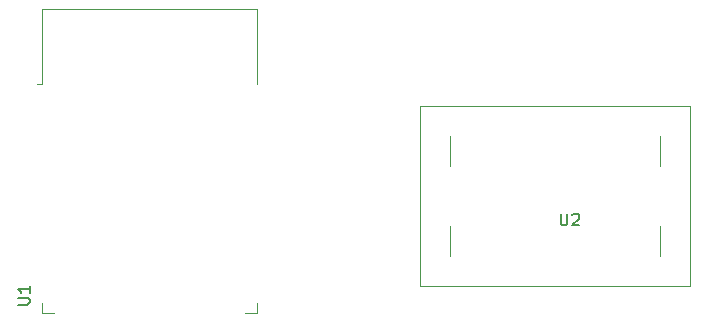
<source format=gbr>
%TF.GenerationSoftware,KiCad,Pcbnew,(6.0.5-0)*%
%TF.CreationDate,2022-06-13T21:57:41-05:00*%
%TF.ProjectId,ESP32,45535033-322e-46b6-9963-61645f706362,rev?*%
%TF.SameCoordinates,Original*%
%TF.FileFunction,Legend,Top*%
%TF.FilePolarity,Positive*%
%FSLAX46Y46*%
G04 Gerber Fmt 4.6, Leading zero omitted, Abs format (unit mm)*
G04 Created by KiCad (PCBNEW (6.0.5-0)) date 2022-06-13 21:57:41*
%MOMM*%
%LPD*%
G01*
G04 APERTURE LIST*
%ADD10C,0.150000*%
%ADD11C,0.120000*%
G04 APERTURE END LIST*
D10*
%TO.C,U2*%
X177038095Y-115792380D02*
X177038095Y-116601904D01*
X177085714Y-116697142D01*
X177133333Y-116744761D01*
X177228571Y-116792380D01*
X177419047Y-116792380D01*
X177514285Y-116744761D01*
X177561904Y-116697142D01*
X177609523Y-116601904D01*
X177609523Y-115792380D01*
X178038095Y-115887619D02*
X178085714Y-115840000D01*
X178180952Y-115792380D01*
X178419047Y-115792380D01*
X178514285Y-115840000D01*
X178561904Y-115887619D01*
X178609523Y-115982857D01*
X178609523Y-116078095D01*
X178561904Y-116220952D01*
X177990476Y-116792380D01*
X178609523Y-116792380D01*
%TO.C,U1*%
X131082380Y-123491904D02*
X131891904Y-123491904D01*
X131987142Y-123444285D01*
X132034761Y-123396666D01*
X132082380Y-123301428D01*
X132082380Y-123110952D01*
X132034761Y-123015714D01*
X131987142Y-122968095D01*
X131891904Y-122920476D01*
X131082380Y-122920476D01*
X132082380Y-121920476D02*
X132082380Y-122491904D01*
X132082380Y-122206190D02*
X131082380Y-122206190D01*
X131225238Y-122301428D01*
X131320476Y-122396666D01*
X131368095Y-122491904D01*
D11*
%TO.C,U2*%
X185420000Y-109220000D02*
X185420000Y-111760000D01*
X165100000Y-121920000D02*
X165100000Y-106680000D01*
X187960000Y-121920000D02*
X165100000Y-121920000D01*
X187960000Y-106680000D02*
X187960000Y-121920000D01*
X167640000Y-116840000D02*
X167640000Y-119380000D01*
X165100000Y-106680000D02*
X187960000Y-106680000D01*
X185420000Y-109220000D02*
X185420000Y-111760000D01*
X167640000Y-109220000D02*
X167640000Y-111760000D01*
X185420000Y-116840000D02*
X185420000Y-119380000D01*
%TO.C,U1*%
X151360000Y-98435000D02*
X151360000Y-104855000D01*
X133120000Y-98435000D02*
X151360000Y-98435000D01*
X133120000Y-98435000D02*
X133120000Y-104855000D01*
X151360000Y-123400000D02*
X151360000Y-124180000D01*
X151360000Y-124180000D02*
X150360000Y-124180000D01*
X133120000Y-104855000D02*
X132740000Y-104855000D01*
X133120000Y-123400000D02*
X133120000Y-124180000D01*
X133120000Y-124180000D02*
X134120000Y-124180000D01*
%TD*%
M02*

</source>
